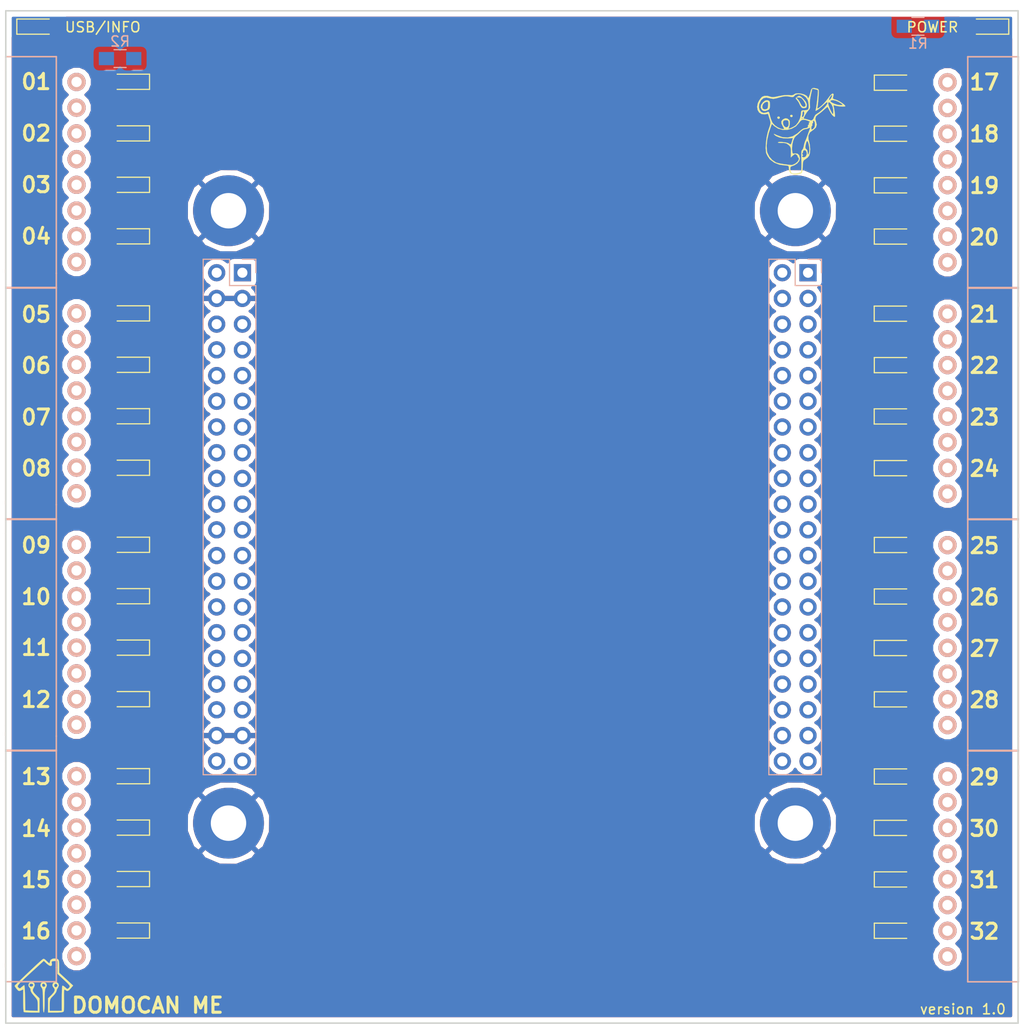
<source format=kicad_pcb>
(kicad_pcb (version 4) (host pcbnew 4.0.7)
  (title_block (title "Carte fille template") (date 2018-02-16) (rev 1.0) (company Koala) (comment 1 "DOMOCAN ME"))
  (layers (0 F.Cu signal) (31 B.Cu signal) (34 B.Paste user) (35 F.Paste user) (36 B.SilkS user) (37 F.SilkS user) (38 B.Mask user) (39 F.Mask user) (44 Edge.Cuts user))
  (net 0 "")
  (net 1 GND)
  (net 2 "Net-(D1-Pad1)")
  (net 3 "Net-(D2-Pad1)")
  (net 4 "Net-(D3-Pad1)")
  (net 5 "Net-(D4-Pad1)")
  (net 6 "Net-(D5-Pad1)")
  (net 7 "Net-(D6-Pad1)")
  (net 8 "Net-(D7-Pad1)")
  (net 9 "Net-(D8-Pad1)")
  (net 10 "Net-(D9-Pad1)")
  (net 11 "Net-(D10-Pad1)")
  (net 12 "Net-(D11-Pad1)")
  (net 13 "Net-(D12-Pad1)")
  (net 14 "Net-(D13-Pad1)")
  (net 15 "Net-(D14-Pad1)")
  (net 16 "Net-(D15-Pad1)")
  (net 17 "Net-(D16-Pad1)")
  (net 18 "Net-(D17-Pad1)")
  (net 19 "Net-(D18-Pad1)")
  (net 20 "Net-(D19-Pad1)")
  (net 21 "Net-(D20-Pad1)")
  (net 22 "Net-(D21-Pad1)")
  (net 23 "Net-(D22-Pad1)")
  (net 24 "Net-(D23-Pad1)")
  (net 25 "Net-(D24-Pad1)")
  (net 26 "Net-(D25-Pad1)")
  (net 27 "Net-(D26-Pad1)")
  (net 28 "Net-(D27-Pad1)")
  (net 29 "Net-(D28-Pad1)")
  (net 30 "Net-(D29-Pad1)")
  (net 31 "Net-(D30-Pad1)")
  (net 32 "Net-(D31-Pad1)")
  (net 33 "Net-(D32-Pad1)")
  (net 34 "Net-(D33-Pad2)")
  (net 35 "Net-(D34-Pad1)")
  (net 36 +3V3)
  (net 37 "Net-(D1-Pad2)")
  (net 38 "Net-(D2-Pad2)")
  (net 39 "Net-(D3-Pad2)")
  (net 40 "Net-(D4-Pad2)")
  (net 41 "Net-(D5-Pad2)")
  (net 42 "Net-(D6-Pad2)")
  (net 43 "Net-(D7-Pad2)")
  (net 44 "Net-(D8-Pad2)")
  (net 45 "Net-(D9-Pad2)")
  (net 46 "Net-(D10-Pad2)")
  (net 47 "Net-(D11-Pad2)")
  (net 48 "Net-(D12-Pad2)")
  (net 49 "Net-(D13-Pad2)")
  (net 50 "Net-(D14-Pad2)")
  (net 51 "Net-(D15-Pad2)")
  (net 52 "Net-(D16-Pad2)")
  (net 53 "Net-(D17-Pad2)")
  (net 54 "Net-(D18-Pad2)")
  (net 55 "Net-(D19-Pad2)")
  (net 56 "Net-(D20-Pad2)")
  (net 57 "Net-(D21-Pad2)")
  (net 58 "Net-(D22-Pad2)")
  (net 59 "Net-(D23-Pad2)")
  (net 60 "Net-(D24-Pad2)")
  (net 61 "Net-(D25-Pad2)")
  (net 62 "Net-(D26-Pad2)")
  (net 63 "Net-(D27-Pad2)")
  (net 64 "Net-(D28-Pad2)")
  (net 65 "Net-(D29-Pad2)")
  (net 66 "Net-(D30-Pad2)")
  (net 67 "Net-(D31-Pad2)")
  (net 68 "Net-(D32-Pad2)")
  (net 69 "Net-(J3-Pad1)")
  (net 70 "Net-(J3-Pad2)")
  (net 71 "Net-(J3-Pad3)")
  (net 72 "Net-(J3-Pad4)")
  (net 73 "Net-(J3-Pad5)")
  (net 74 "Net-(J3-Pad6)")
  (net 75 "Net-(J3-Pad7)")
  (net 76 "Net-(J3-Pad8)")
  (net 77 "Net-(J4-Pad1)")
  (net 78 "Net-(J4-Pad2)")
  (net 79 "Net-(J4-Pad3)")
  (net 80 "Net-(J4-Pad4)")
  (net 81 "Net-(J4-Pad5)")
  (net 82 "Net-(J4-Pad6)")
  (net 83 "Net-(J4-Pad7)")
  (net 84 "Net-(J4-Pad8)")
  (net 85 "Net-(J5-Pad1)")
  (net 86 "Net-(J5-Pad2)")
  (net 87 "Net-(J5-Pad3)")
  (net 88 "Net-(J5-Pad4)")
  (net 89 "Net-(J5-Pad5)")
  (net 90 "Net-(J5-Pad6)")
  (net 91 "Net-(J5-Pad7)")
  (net 92 "Net-(J5-Pad8)")
  (net 93 "Net-(J6-Pad1)")
  (net 94 "Net-(J6-Pad2)")
  (net 95 "Net-(J6-Pad3)")
  (net 96 "Net-(J6-Pad4)")
  (net 97 "Net-(J6-Pad5)")
  (net 98 "Net-(J6-Pad6)")
  (net 99 "Net-(J6-Pad7)")
  (net 100 "Net-(J6-Pad8)")
  (net 101 "Net-(J7-Pad1)")
  (net 102 "Net-(J7-Pad2)")
  (net 103 "Net-(J7-Pad3)")
  (net 104 "Net-(J7-Pad4)")
  (net 105 "Net-(J7-Pad5)")
  (net 106 "Net-(J7-Pad6)")
  (net 107 "Net-(J7-Pad7)")
  (net 108 "Net-(J7-Pad8)")
  (net 109 "Net-(J8-Pad1)")
  (net 110 "Net-(J8-Pad2)")
  (net 111 "Net-(J8-Pad3)")
  (net 112 "Net-(J8-Pad4)")
  (net 113 "Net-(J8-Pad5)")
  (net 114 "Net-(J8-Pad6)")
  (net 115 "Net-(J8-Pad7)")
  (net 116 "Net-(J8-Pad8)")
  (net 117 "Net-(J9-Pad1)")
  (net 118 "Net-(J9-Pad2)")
  (net 119 "Net-(J9-Pad3)")
  (net 120 "Net-(J9-Pad4)")
  (net 121 "Net-(J9-Pad5)")
  (net 122 "Net-(J9-Pad6)")
  (net 123 "Net-(J9-Pad7)")
  (net 124 "Net-(J9-Pad8)")
  (net 125 "Net-(J10-Pad1)")
  (net 126 "Net-(J10-Pad2)")
  (net 127 "Net-(J10-Pad3)")
  (net 128 "Net-(J10-Pad4)")
  (net 129 "Net-(J10-Pad5)")
  (net 130 "Net-(J10-Pad6)")
  (net 131 "Net-(J10-Pad7)")
  (net 132 "Net-(J10-Pad8)")
  (net 133 +5V)
  (net 134 J1_P1.30)
  (net 135 J1_P0.30)
  (net 136 J1_P2.09)
  (net 137 J1_P0.29)
  (net 138 J1_P0.26)
  (net 139 J1_P0.25)
  (net 140 J1_P0.24)
  (net 141 J1_P0.23)
  (net 142 J1_RSTOUT)
  (net 143 J1_RESET)
  (net 144 J1_P1.31)
  (net 145 J1_P0.28)
  (net 146 J1_P0.27)
  (net 147 J1_P3.26)
  (net 148 J1_P3.25)
  (net 149 J1_P1.18)
  (net 150 J1_P1.19)
  (net 151 J1_P1.20)
  (net 152 J1_P1.21)
  (net 153 J1_P1.22)
  (net 154 J1_P1.23)
  (net 155 J1_P1.24)
  (net 156 J1_P1.25)
  (net 157 J1_P1.26)
  (net 158 J1_P1.27)
  (net 159 J1_P1.28)
  (net 160 J1_P1.29)
  (net 161 J1_P0.00)
  (net 162 J1_P0.01)
  (net 163 J1_P0.10)
  (net 164 J1_P0.11)
  (net 165 J1_P2.13)
  (net 166 J2_P0.02)
  (net 167 J2_P0.03)
  (net 168 J2_P1.01)
  (net 169 J2_P1.00)
  (net 170 J2_P1.08)
  (net 171 J2_P1.04)
  (net 172 J2_P1.10)
  (net 173 J2_P1.09)
  (net 174 J2_P1.15)
  (net 175 J2_P1.14)
  (net 176 J2_P1.17)
  (net 177 J2_P1.16)
  (net 178 J2_P4.28)
  (net 179 J2_P4.29)
  (net 180 J2_P0.05)
  (net 181 J2_P0.04)
  (net 182 J2_P0.07)
  (net 183 J2_P0.06)
  (net 184 J2_P0.09)
  (net 185 J2_P0.08)
  (net 186 J2_P2.01)
  (net 187 J2_P2.00)
  (net 188 J2_P2.03)
  (net 189 J2_P2.02)
  (net 190 J2_P2.05)
  (net 191 J2_P2.04)
  (net 192 J2_P2.07)
  (net 193 J2_P2.06)
  (net 194 J2_P0.16)
  (net 195 J2_P2.08)
  (net 196 J2_P0.17)
  (net 197 J2_P0.15)
  (net 198 J2_P0.19)
  (net 199 J2_P0.18)
  (net 200 J2_P0.21)
  (net 201 J2_P0.20)
  (net 202 J2_P2.10)
  (net 203 J2_P0.22)
  (net 204 J2_P2.12)
  (net 205 J2_P2.11)
  (module LEDs:LED_0805_HandSoldering (layer F.Cu) (at 144 30.26 180)
    (fp_text reference D1 hide)
    (fp_text value LED)
    (pad 1 smd rect (at -1.35 0 180) (size 1.5 1.3) (layers F.Cu F.Paste F.Mask) (net 2 "Net-(D1-Pad1)"))
    (pad 2 smd rect (at 1.35 0 180) (size 1.5 1.3) (layers F.Cu F.Paste F.Mask) (net 37 "Net-(D1-Pad2)"))
  )
  (module LEDs:LED_0805_HandSoldering (layer F.Cu) (at 144 35.36 180)
    (fp_text reference D2 hide)
    (fp_text value LED)
    (pad 1 smd rect (at -1.35 0 180) (size 1.5 1.3) (layers F.Cu F.Paste F.Mask) (net 3 "Net-(D2-Pad1)"))
    (pad 2 smd rect (at 1.35 0 180) (size 1.5 1.3) (layers F.Cu F.Paste F.Mask) (net 38 "Net-(D2-Pad2)"))
  )
  (module LEDs:LED_0805_HandSoldering (layer F.Cu) (at 144 40.44 180)
    (fp_text reference D3 hide)
    (fp_text value LED)
    (pad 1 smd rect (at -1.35 0 180) (size 1.5 1.3) (layers F.Cu F.Paste F.Mask) (net 4 "Net-(D3-Pad1)"))
    (pad 2 smd rect (at 1.35 0 180) (size 1.5 1.3) (layers F.Cu F.Paste F.Mask) (net 39 "Net-(D3-Pad2)"))
  )
  (module LEDs:LED_0805_HandSoldering (layer F.Cu) (at 144 45.53 180)
    (fp_text reference D4 hide)
    (fp_text value LED)
    (pad 1 smd rect (at -1.35 0 180) (size 1.5 1.3) (layers F.Cu F.Paste F.Mask) (net 5 "Net-(D4-Pad1)"))
    (pad 2 smd rect (at 1.35 0 180) (size 1.5 1.3) (layers F.Cu F.Paste F.Mask) (net 40 "Net-(D4-Pad2)"))
  )
  (module LEDs:LED_0805_HandSoldering (layer F.Cu) (at 144 53.14 180)
    (fp_text reference D5 hide)
    (fp_text value LED)
    (pad 1 smd rect (at -1.35 0 180) (size 1.5 1.3) (layers F.Cu F.Paste F.Mask) (net 6 "Net-(D5-Pad1)"))
    (pad 2 smd rect (at 1.35 0 180) (size 1.5 1.3) (layers F.Cu F.Paste F.Mask) (net 41 "Net-(D5-Pad2)"))
  )
  (module LEDs:LED_0805_HandSoldering (layer F.Cu) (at 144 58.22 180)
    (fp_text reference D6 hide)
    (fp_text value LED)
    (pad 1 smd rect (at -1.35 0 180) (size 1.5 1.3) (layers F.Cu F.Paste F.Mask) (net 7 "Net-(D6-Pad1)"))
    (pad 2 smd rect (at 1.35 0 180) (size 1.5 1.3) (layers F.Cu F.Paste F.Mask) (net 42 "Net-(D6-Pad2)"))
  )
  (module LEDs:LED_0805_HandSoldering (layer F.Cu) (at 144 63.3 180)
    (fp_text reference D7 hide)
    (fp_text value LED)
    (pad 1 smd rect (at -1.35 0 180) (size 1.5 1.3) (layers F.Cu F.Paste F.Mask) (net 8 "Net-(D7-Pad1)"))
    (pad 2 smd rect (at 1.35 0 180) (size 1.5 1.3) (layers F.Cu F.Paste F.Mask) (net 43 "Net-(D7-Pad2)"))
  )
  (module LEDs:LED_0805_HandSoldering (layer F.Cu) (at 144 68.39 180)
    (fp_text reference D8 hide)
    (fp_text value LED)
    (pad 1 smd rect (at -1.35 0 180) (size 1.5 1.3) (layers F.Cu F.Paste F.Mask) (net 9 "Net-(D8-Pad1)"))
    (pad 2 smd rect (at 1.35 0 180) (size 1.5 1.3) (layers F.Cu F.Paste F.Mask) (net 44 "Net-(D8-Pad2)"))
  )
  (module LEDs:LED_0805_HandSoldering (layer F.Cu) (at 144 76 180)
    (fp_text reference D9 hide)
    (fp_text value LED)
    (pad 1 smd rect (at -1.35 0 180) (size 1.5 1.3) (layers F.Cu F.Paste F.Mask) (net 10 "Net-(D9-Pad1)"))
    (pad 2 smd rect (at 1.35 0 180) (size 1.5 1.3) (layers F.Cu F.Paste F.Mask) (net 45 "Net-(D9-Pad2)"))
  )
  (module LEDs:LED_0805_HandSoldering (layer F.Cu) (at 144 81.08 180)
    (fp_text reference D10 hide)
    (fp_text value LED)
    (pad 1 smd rect (at -1.35 0 180) (size 1.5 1.3) (layers F.Cu F.Paste F.Mask) (net 11 "Net-(D10-Pad1)"))
    (pad 2 smd rect (at 1.35 0 180) (size 1.5 1.3) (layers F.Cu F.Paste F.Mask) (net 46 "Net-(D10-Pad2)"))
  )
  (module LEDs:LED_0805_HandSoldering (layer F.Cu) (at 144 86.16 180)
    (fp_text reference D11 hide)
    (fp_text value LED)
    (pad 1 smd rect (at -1.35 0 180) (size 1.5 1.3) (layers F.Cu F.Paste F.Mask) (net 12 "Net-(D11-Pad1)"))
    (pad 2 smd rect (at 1.35 0 180) (size 1.5 1.3) (layers F.Cu F.Paste F.Mask) (net 47 "Net-(D11-Pad2)"))
  )
  (module LEDs:LED_0805_HandSoldering (layer F.Cu) (at 144 91.25 180)
    (fp_text reference D12 hide)
    (fp_text value LED)
    (pad 1 smd rect (at -1.35 0 180) (size 1.5 1.3) (layers F.Cu F.Paste F.Mask) (net 13 "Net-(D12-Pad1)"))
    (pad 2 smd rect (at 1.35 0 180) (size 1.5 1.3) (layers F.Cu F.Paste F.Mask) (net 48 "Net-(D12-Pad2)"))
  )
  (module LEDs:LED_0805_HandSoldering (layer F.Cu) (at 144 98.86 180)
    (fp_text reference D13 hide)
    (fp_text value LED)
    (pad 1 smd rect (at -1.35 0 180) (size 1.5 1.3) (layers F.Cu F.Paste F.Mask) (net 14 "Net-(D13-Pad1)"))
    (pad 2 smd rect (at 1.35 0 180) (size 1.5 1.3) (layers F.Cu F.Paste F.Mask) (net 49 "Net-(D13-Pad2)"))
  )
  (module LEDs:LED_0805_HandSoldering (layer F.Cu) (at 144 103.94 180)
    (fp_text reference D14 hide)
    (fp_text value LED)
    (pad 1 smd rect (at -1.35 0 180) (size 1.5 1.3) (layers F.Cu F.Paste F.Mask) (net 15 "Net-(D14-Pad1)"))
    (pad 2 smd rect (at 1.35 0 180) (size 1.5 1.3) (layers F.Cu F.Paste F.Mask) (net 50 "Net-(D14-Pad2)"))
  )
  (module LEDs:LED_0805_HandSoldering (layer F.Cu) (at 144 109.02 180)
    (fp_text reference D15 hide)
    (fp_text value LED)
    (pad 1 smd rect (at -1.35 0 180) (size 1.5 1.3) (layers F.Cu F.Paste F.Mask) (net 16 "Net-(D15-Pad1)"))
    (pad 2 smd rect (at 1.35 0 180) (size 1.5 1.3) (layers F.Cu F.Paste F.Mask) (net 51 "Net-(D15-Pad2)"))
  )
  (module LEDs:LED_0805_HandSoldering (layer F.Cu) (at 144 114.11 180)
    (fp_text reference D16 hide)
    (fp_text value LED)
    (pad 1 smd rect (at -1.35 0 180) (size 1.5 1.3) (layers F.Cu F.Paste F.Mask) (net 17 "Net-(D16-Pad1)"))
    (pad 2 smd rect (at 1.35 0 180) (size 1.5 1.3) (layers F.Cu F.Paste F.Mask) (net 52 "Net-(D16-Pad2)"))
  )
  (module LEDs:LED_0805_HandSoldering (layer F.Cu) (at 220 30.35)
    (fp_text reference D17 hide)
    (fp_text value LED)
    (pad 1 smd rect (at -1.35 0) (size 1.5 1.3) (layers F.Cu F.Paste F.Mask) (net 18 "Net-(D17-Pad1)"))
    (pad 2 smd rect (at 1.35 0) (size 1.5 1.3) (layers F.Cu F.Paste F.Mask) (net 53 "Net-(D17-Pad2)"))
  )
  (module LEDs:LED_0805_HandSoldering (layer F.Cu) (at 220 35.39)
    (fp_text reference D18 hide)
    (fp_text value LED)
    (pad 1 smd rect (at -1.35 0) (size 1.5 1.3) (layers F.Cu F.Paste F.Mask) (net 19 "Net-(D18-Pad1)"))
    (pad 2 smd rect (at 1.35 0) (size 1.5 1.3) (layers F.Cu F.Paste F.Mask) (net 54 "Net-(D18-Pad2)"))
  )
  (module LEDs:LED_0805_HandSoldering (layer F.Cu) (at 220 40.49)
    (fp_text reference D19 hide)
    (fp_text value LED)
    (pad 1 smd rect (at -1.35 0) (size 1.5 1.3) (layers F.Cu F.Paste F.Mask) (net 20 "Net-(D19-Pad1)"))
    (pad 2 smd rect (at 1.35 0) (size 1.5 1.3) (layers F.Cu F.Paste F.Mask) (net 55 "Net-(D19-Pad2)"))
  )
  (module LEDs:LED_0805_HandSoldering (layer F.Cu) (at 220 45.55)
    (fp_text reference D20 hide)
    (fp_text value LED)
    (pad 1 smd rect (at -1.35 0) (size 1.5 1.3) (layers F.Cu F.Paste F.Mask) (net 21 "Net-(D20-Pad1)"))
    (pad 2 smd rect (at 1.35 0) (size 1.5 1.3) (layers F.Cu F.Paste F.Mask) (net 56 "Net-(D20-Pad2)"))
  )
  (module LEDs:LED_0805_HandSoldering (layer F.Cu) (at 219.99 53.17)
    (fp_text reference D21 hide)
    (fp_text value LED)
    (pad 1 smd rect (at -1.35 0) (size 1.5 1.3) (layers F.Cu F.Paste F.Mask) (net 22 "Net-(D21-Pad1)"))
    (pad 2 smd rect (at 1.35 0) (size 1.5 1.3) (layers F.Cu F.Paste F.Mask) (net 57 "Net-(D21-Pad2)"))
  )
  (module LEDs:LED_0805_HandSoldering (layer F.Cu) (at 220 58.25)
    (fp_text reference D22 hide)
    (fp_text value LED)
    (pad 1 smd rect (at -1.35 0) (size 1.5 1.3) (layers F.Cu F.Paste F.Mask) (net 23 "Net-(D22-Pad1)"))
    (pad 2 smd rect (at 1.35 0) (size 1.5 1.3) (layers F.Cu F.Paste F.Mask) (net 58 "Net-(D22-Pad2)"))
  )
  (module LEDs:LED_0805_HandSoldering (layer F.Cu) (at 219.99 63.32)
    (fp_text reference D23 hide)
    (fp_text value LED)
    (pad 1 smd rect (at -1.35 0) (size 1.5 1.3) (layers F.Cu F.Paste F.Mask) (net 24 "Net-(D23-Pad1)"))
    (pad 2 smd rect (at 1.35 0) (size 1.5 1.3) (layers F.Cu F.Paste F.Mask) (net 59 "Net-(D23-Pad2)"))
  )
  (module LEDs:LED_0805_HandSoldering (layer F.Cu) (at 220 68.43)
    (fp_text reference D24 hide)
    (fp_text value LED)
    (pad 1 smd rect (at -1.35 0) (size 1.5 1.3) (layers F.Cu F.Paste F.Mask) (net 25 "Net-(D24-Pad1)"))
    (pad 2 smd rect (at 1.35 0) (size 1.5 1.3) (layers F.Cu F.Paste F.Mask) (net 60 "Net-(D24-Pad2)"))
  )
  (module LEDs:LED_0805_HandSoldering (layer F.Cu) (at 220 76.02)
    (fp_text reference D25 hide)
    (fp_text value LED)
    (pad 1 smd rect (at -1.35 0) (size 1.5 1.3) (layers F.Cu F.Paste F.Mask) (net 26 "Net-(D25-Pad1)"))
    (pad 2 smd rect (at 1.35 0) (size 1.5 1.3) (layers F.Cu F.Paste F.Mask) (net 61 "Net-(D25-Pad2)"))
  )
  (module LEDs:LED_0805_HandSoldering (layer F.Cu) (at 220 81.11)
    (fp_text reference D26 hide)
    (fp_text value LED)
    (pad 1 smd rect (at -1.35 0) (size 1.5 1.3) (layers F.Cu F.Paste F.Mask) (net 27 "Net-(D26-Pad1)"))
    (pad 2 smd rect (at 1.35 0) (size 1.5 1.3) (layers F.Cu F.Paste F.Mask) (net 62 "Net-(D26-Pad2)"))
  )
  (module LEDs:LED_0805_HandSoldering (layer F.Cu) (at 219.99 86.2)
    (fp_text reference D27 hide)
    (fp_text value LED)
    (pad 1 smd rect (at -1.35 0) (size 1.5 1.3) (layers F.Cu F.Paste F.Mask) (net 28 "Net-(D27-Pad1)"))
    (pad 2 smd rect (at 1.35 0) (size 1.5 1.3) (layers F.Cu F.Paste F.Mask) (net 63 "Net-(D27-Pad2)"))
  )
  (module LEDs:LED_0805_HandSoldering (layer F.Cu) (at 220 91.27)
    (fp_text reference D28 hide)
    (fp_text value LED)
    (pad 1 smd rect (at -1.35 0) (size 1.5 1.3) (layers F.Cu F.Paste F.Mask) (net 29 "Net-(D28-Pad1)"))
    (pad 2 smd rect (at 1.35 0) (size 1.5 1.3) (layers F.Cu F.Paste F.Mask) (net 64 "Net-(D28-Pad2)"))
  )
  (module LEDs:LED_0805_HandSoldering (layer F.Cu) (at 220 98.89)
    (fp_text reference D29 hide)
    (fp_text value LED)
    (pad 1 smd rect (at -1.35 0) (size 1.5 1.3) (layers F.Cu F.Paste F.Mask) (net 30 "Net-(D29-Pad1)"))
    (pad 2 smd rect (at 1.35 0) (size 1.5 1.3) (layers F.Cu F.Paste F.Mask) (net 65 "Net-(D29-Pad2)"))
  )
  (module LEDs:LED_0805_HandSoldering (layer F.Cu) (at 219.99 103.97)
    (fp_text reference D30 hide)
    (fp_text value LED)
    (pad 1 smd rect (at -1.35 0) (size 1.5 1.3) (layers F.Cu F.Paste F.Mask) (net 31 "Net-(D30-Pad1)"))
    (pad 2 smd rect (at 1.35 0) (size 1.5 1.3) (layers F.Cu F.Paste F.Mask) (net 66 "Net-(D30-Pad2)"))
  )
  (module LEDs:LED_0805_HandSoldering (layer F.Cu) (at 220 109.06)
    (fp_text reference D31 hide)
    (fp_text value LED)
    (pad 1 smd rect (at -1.35 0) (size 1.5 1.3) (layers F.Cu F.Paste F.Mask) (net 32 "Net-(D31-Pad1)"))
    (pad 2 smd rect (at 1.35 0) (size 1.5 1.3) (layers F.Cu F.Paste F.Mask) (net 67 "Net-(D31-Pad2)"))
  )
  (module LEDs:LED_0805_HandSoldering (layer F.Cu) (at 220 114.13)
    (fp_text reference D32 hide)
    (fp_text value LED)
    (pad 1 smd rect (at -1.35 0) (size 1.5 1.3) (layers F.Cu F.Paste F.Mask) (net 33 "Net-(D32-Pad1)"))
    (pad 2 smd rect (at 1.35 0) (size 1.5 1.3) (layers F.Cu F.Paste F.Mask) (net 68 "Net-(D32-Pad2)"))
  )
  (module footprint:Pin_Header_Angled_1x08 (layer B.Cu) (at 138.99 30.28 180)
    (fp_text reference J3 hide)
    (fp_text value Conn_01x08 hide)
    (pad 1 thru_hole circle (at 0 0 180) (size 1.8 1.8) (drill 1.016) (layers *.Cu *.Mask B.SilkS) (net 69 "Net-(J3-Pad1)"))
    (pad 2 thru_hole circle (at 0 -2.54 180) (size 1.8 1.8) (drill 1.016) (layers *.Cu *.Mask B.SilkS) (net 70 "Net-(J3-Pad2)"))
    (pad 3 thru_hole circle (at 0 -5.08 180) (size 1.8 1.8) (drill 1.016) (layers *.Cu *.Mask B.SilkS) (net 71 "Net-(J3-Pad3)"))
    (pad 4 thru_hole circle (at 0 -7.62 180) (size 1.8 1.8) (drill 1.016) (layers *.Cu *.Mask B.SilkS) (net 72 "Net-(J3-Pad4)"))
    (pad 5 thru_hole circle (at 0 -10.16 180) (size 1.8 1.8) (drill 1.016) (layers *.Cu *.Mask B.SilkS) (net 73 "Net-(J3-Pad5)"))
    (pad 6 thru_hole circle (at 0 -12.7 180) (size 1.8 1.8) (drill 1.016) (layers *.Cu *.Mask B.SilkS) (net 74 "Net-(J3-Pad6)"))
    (pad 7 thru_hole circle (at 0 -15.24 180) (size 1.8 1.8) (drill 1.016) (layers *.Cu *.Mask B.SilkS) (net 75 "Net-(J3-Pad7)"))
    (pad 8 thru_hole circle (at 0 -17.78 180) (size 1.8 1.8) (drill 1.016) (layers *.Cu *.Mask B.SilkS) (net 76 "Net-(J3-Pad8)"))
  )
  (module footprint:Pin_Header_Angled_1x08 (layer B.Cu) (at 138.99 53.14 180)
    (fp_text reference J4 hide)
    (fp_text value Conn_01x08 hide)
    (pad 1 thru_hole circle (at 0 0 180) (size 1.8 1.8) (drill 1.016) (layers *.Cu *.Mask B.SilkS) (net 77 "Net-(J4-Pad1)"))
    (pad 2 thru_hole circle (at 0 -2.54 180) (size 1.8 1.8) (drill 1.016) (layers *.Cu *.Mask B.SilkS) (net 78 "Net-(J4-Pad2)"))
    (pad 3 thru_hole circle (at 0 -5.08 180) (size 1.8 1.8) (drill 1.016) (layers *.Cu *.Mask B.SilkS) (net 79 "Net-(J4-Pad3)"))
    (pad 4 thru_hole circle (at 0 -7.62 180) (size 1.8 1.8) (drill 1.016) (layers *.Cu *.Mask B.SilkS) (net 80 "Net-(J4-Pad4)"))
    (pad 5 thru_hole circle (at 0 -10.16 180) (size 1.8 1.8) (drill 1.016) (layers *.Cu *.Mask B.SilkS) (net 81 "Net-(J4-Pad5)"))
    (pad 6 thru_hole circle (at 0 -12.7 180) (size 1.8 1.8) (drill 1.016) (layers *.Cu *.Mask B.SilkS) (net 82 "Net-(J4-Pad6)"))
    (pad 7 thru_hole circle (at 0 -15.24 180) (size 1.8 1.8) (drill 1.016) (layers *.Cu *.Mask B.SilkS) (net 83 "Net-(J4-Pad7)"))
    (pad 8 thru_hole circle (at 0 -17.78 180) (size 1.8 1.8) (drill 1.016) (layers *.Cu *.Mask B.SilkS) (net 84 "Net-(J4-Pad8)"))
  )
  (module footprint:Pin_Header_Angled_1x08 (layer B.Cu) (at 138.99 76 180)
    (fp_text reference J5 hide)
    (fp_text value Conn_01x08 hide)
    (pad 1 thru_hole circle (at 0 0 180) (size 1.8 1.8) (drill 1.016) (layers *.Cu *.Mask B.SilkS) (net 85 "Net-(J5-Pad1)"))
    (pad 2 thru_hole circle (at 0 -2.54 180) (size 1.8 1.8) (drill 1.016) (layers *.Cu *.Mask B.SilkS) (net 86 "Net-(J5-Pad2)"))
    (pad 3 thru_hole circle (at 0 -5.08 180) (size 1.8 1.8) (drill 1.016) (layers *.Cu *.Mask B.SilkS) (net 87 "Net-(J5-Pad3)"))
    (pad 4 thru_hole circle (at 0 -7.62 180) (size 1.8 1.8) (drill 1.016) (layers *.Cu *.Mask B.SilkS) (net 88 "Net-(J5-Pad4)"))
    (pad 5 thru_hole circle (at 0 -10.16 180) (size 1.8 1.8) (drill 1.016) (layers *.Cu *.Mask B.SilkS) (net 89 "Net-(J5-Pad5)"))
    (pad 6 thru_hole circle (at 0 -12.7 180) (size 1.8 1.8) (drill 1.016) (layers *.Cu *.Mask B.SilkS) (net 90 "Net-(J5-Pad6)"))
    (pad 7 thru_hole circle (at 0 -15.24 180) (size 1.8 1.8) (drill 1.016) (layers *.Cu *.Mask B.SilkS) (net 91 "Net-(J5-Pad7)"))
    (pad 8 thru_hole circle (at 0 -17.78 180) (size 1.8 1.8) (drill 1.016) (layers *.Cu *.Mask B.SilkS) (net 92 "Net-(J5-Pad8)"))
  )
  (module footprint:Pin_Header_Angled_1x08 (layer B.Cu) (at 138.99 98.86 180)
    (fp_text reference J6 hide)
    (fp_text value Conn_01x08 hide)
    (pad 1 thru_hole circle (at 0 0 180) (size 1.8 1.8) (drill 1.016) (layers *.Cu *.Mask B.SilkS) (net 93 "Net-(J6-Pad1)"))
    (pad 2 thru_hole circle (at 0 -2.54 180) (size 1.8 1.8) (drill 1.016) (layers *.Cu *.Mask B.SilkS) (net 94 "Net-(J6-Pad2)"))
    (pad 3 thru_hole circle (at 0 -5.08 180) (size 1.8 1.8) (drill 1.016) (layers *.Cu *.Mask B.SilkS) (net 95 "Net-(J6-Pad3)"))
    (pad 4 thru_hole circle (at 0 -7.62 180) (size 1.8 1.8) (drill 1.016) (layers *.Cu *.Mask B.SilkS) (net 96 "Net-(J6-Pad4)"))
    (pad 5 thru_hole circle (at 0 -10.16 180) (size 1.8 1.8) (drill 1.016) (layers *.Cu *.Mask B.SilkS) (net 97 "Net-(J6-Pad5)"))
    (pad 6 thru_hole circle (at 0 -12.7 180) (size 1.8 1.8) (drill 1.016) (layers *.Cu *.Mask B.SilkS) (net 98 "Net-(J6-Pad6)"))
    (pad 7 thru_hole circle (at 0 -15.24 180) (size 1.8 1.8) (drill 1.016) (layers *.Cu *.Mask B.SilkS) (net 99 "Net-(J6-Pad7)"))
    (pad 8 thru_hole circle (at 0 -17.78 180) (size 1.8 1.8) (drill 1.016) (layers *.Cu *.Mask B.SilkS) (net 100 "Net-(J6-Pad8)"))
  )
  (module footprint:Pin_Header_Angled_1x08 (layer B.Cu) (at 225.03 48.09)
    (fp_text reference J7 hide)
    (fp_text value Conn_01x08 hide)
    (pad 1 thru_hole circle (at 0 0) (size 1.8 1.8) (drill 1.016) (layers *.Cu *.Mask B.SilkS) (net 101 "Net-(J7-Pad1)"))
    (pad 2 thru_hole circle (at 0 -2.54) (size 1.8 1.8) (drill 1.016) (layers *.Cu *.Mask B.SilkS) (net 102 "Net-(J7-Pad2)"))
    (pad 3 thru_hole circle (at 0 -5.08) (size 1.8 1.8) (drill 1.016) (layers *.Cu *.Mask B.SilkS) (net 103 "Net-(J7-Pad3)"))
    (pad 4 thru_hole circle (at 0 -7.62) (size 1.8 1.8) (drill 1.016) (layers *.Cu *.Mask B.SilkS) (net 104 "Net-(J7-Pad4)"))
    (pad 5 thru_hole circle (at 0 -10.16) (size 1.8 1.8) (drill 1.016) (layers *.Cu *.Mask B.SilkS) (net 105 "Net-(J7-Pad5)"))
    (pad 6 thru_hole circle (at 0 -12.7) (size 1.8 1.8) (drill 1.016) (layers *.Cu *.Mask B.SilkS) (net 106 "Net-(J7-Pad6)"))
    (pad 7 thru_hole circle (at 0 -15.24) (size 1.8 1.8) (drill 1.016) (layers *.Cu *.Mask B.SilkS) (net 107 "Net-(J7-Pad7)"))
    (pad 8 thru_hole circle (at 0 -17.78) (size 1.8 1.8) (drill 1.016) (layers *.Cu *.Mask B.SilkS) (net 108 "Net-(J7-Pad8)"))
  )
  (module footprint:Pin_Header_Angled_1x08 (layer B.Cu) (at 225.03 70.95)
    (fp_text reference J8 hide)
    (fp_text value Conn_01x08 hide)
    (pad 1 thru_hole circle (at 0 0) (size 1.8 1.8) (drill 1.016) (layers *.Cu *.Mask B.SilkS) (net 109 "Net-(J8-Pad1)"))
    (pad 2 thru_hole circle (at 0 -2.54) (size 1.8 1.8) (drill 1.016) (layers *.Cu *.Mask B.SilkS) (net 110 "Net-(J8-Pad2)"))
    (pad 3 thru_hole circle (at 0 -5.08) (size 1.8 1.8) (drill 1.016) (layers *.Cu *.Mask B.SilkS) (net 111 "Net-(J8-Pad3)"))
    (pad 4 thru_hole circle (at 0 -7.62) (size 1.8 1.8) (drill 1.016) (layers *.Cu *.Mask B.SilkS) (net 112 "Net-(J8-Pad4)"))
    (pad 5 thru_hole circle (at 0 -10.16) (size 1.8 1.8) (drill 1.016) (layers *.Cu *.Mask B.SilkS) (net 113 "Net-(J8-Pad5)"))
    (pad 6 thru_hole circle (at 0 -12.7) (size 1.8 1.8) (drill 1.016) (layers *.Cu *.Mask B.SilkS) (net 114 "Net-(J8-Pad6)"))
    (pad 7 thru_hole circle (at 0 -15.24) (size 1.8 1.8) (drill 1.016) (layers *.Cu *.Mask B.SilkS) (net 115 "Net-(J8-Pad7)"))
    (pad 8 thru_hole circle (at 0 -17.78) (size 1.8 1.8) (drill 1.016) (layers *.Cu *.Mask B.SilkS) (net 116 "Net-(J8-Pad8)"))
  )
  (module footprint:Pin_Header_Angled_1x08 (layer B.Cu) (at 225.03 93.81)
    (fp_text reference J9 hide)
    (fp_text value Conn_01x08 hide)
    (pad 1 thru_hole circle (at 0 0) (size 1.8 1.8) (drill 1.016) (layers *.Cu *.Mask B.SilkS) (net 117 "Net-(J9-Pad1)"))
    (pad 2 thru_hole circle (at 0 -2.54) (size 1.8 1.8) (drill 1.016) (layers *.Cu *.Mask B.SilkS) (net 118 "Net-(J9-Pad2)"))
    (pad 3 thru_hole circle (at 0 -5.08) (size 1.8 1.8) (drill 1.016) (layers *.Cu *.Mask B.SilkS) (net 119 "Net-(J9-Pad3)"))
    (pad 4 thru_hole circle (at 0 -7.62) (size 1.8 1.8) (drill 1.016) (layers *.Cu *.Mask B.SilkS) (net 120 "Net-(J9-Pad4)"))
    (pad 5 thru_hole circle (at 0 -10.16) (size 1.8 1.8) (drill 1.016) (layers *.Cu *.Mask B.SilkS) (net 121 "Net-(J9-Pad5)"))
    (pad 6 thru_hole circle (at 0 -12.7) (size 1.8 1.8) (drill 1.016) (layers *.Cu *.Mask B.SilkS) (net 122 "Net-(J9-Pad6)"))
    (pad 7 thru_hole circle (at 0 -15.24) (size 1.8 1.8) (drill 1.016) (layers *.Cu *.Mask B.SilkS) (net 123 "Net-(J9-Pad7)"))
    (pad 8 thru_hole circle (at 0 -17.78) (size 1.8 1.8) (drill 1.016) (layers *.Cu *.Mask B.SilkS) (net 124 "Net-(J9-Pad8)"))
  )
  (module footprint:Pin_Header_Angled_1x08 (layer B.Cu) (at 225.03 116.67)
    (fp_text reference J10 hide)
    (fp_text value Conn_01x08 hide)
    (pad 1 thru_hole circle (at 0 0) (size 1.8 1.8) (drill 1.016) (layers *.Cu *.Mask B.SilkS) (net 125 "Net-(J10-Pad1)"))
    (pad 2 thru_hole circle (at 0 -2.54) (size 1.8 1.8) (drill 1.016) (layers *.Cu *.Mask B.SilkS) (net 126 "Net-(J10-Pad2)"))
    (pad 3 thru_hole circle (at 0 -5.08) (size 1.8 1.8) (drill 1.016) (layers *.Cu *.Mask B.SilkS) (net 127 "Net-(J10-Pad3)"))
    (pad 4 thru_hole circle (at 0 -7.62) (size 1.8 1.8) (drill 1.016) (layers *.Cu *.Mask B.SilkS) (net 128 "Net-(J10-Pad4)"))
    (pad 5 thru_hole circle (at 0 -10.16) (size 1.8 1.8) (drill 1.016) (layers *.Cu *.Mask B.SilkS) (net 129 "Net-(J10-Pad5)"))
    (pad 6 thru_hole circle (at 0 -12.7) (size 1.8 1.8) (drill 1.016) (layers *.Cu *.Mask B.SilkS) (net 130 "Net-(J10-Pad6)"))
    (pad 7 thru_hole circle (at 0 -15.24) (size 1.8 1.8) (drill 1.016) (layers *.Cu *.Mask B.SilkS) (net 131 "Net-(J10-Pad7)"))
    (pad 8 thru_hole circle (at 0 -17.78) (size 1.8 1.8) (drill 1.016) (layers *.Cu *.Mask B.SilkS) (net 132 "Net-(J10-Pad8)"))
  )
  (module Mounting_Holes:MountingHole_3.5mm_Pad (layer F.Cu) (at 154 43)
    (fp_text reference J11 hide)
    (fp_text value Conn_01x01)
    (pad 1 thru_hole circle (at 0 0) (size 7 7) (drill 3.5) (layers *.Cu *.Mask) (net 1 GND))
  )
  (module Mounting_Holes:MountingHole_3.5mm_Pad (layer F.Cu) (at 154 103.5)
    (fp_text reference J12 hide)
    (fp_text value Conn_01x01)
    (pad 1 thru_hole circle (at 0 0) (size 7 7) (drill 3.5) (layers *.Cu *.Mask) (net 1 GND))
  )
  (module Mounting_Holes:MountingHole_3.5mm_Pad (layer F.Cu) (at 210 103.5)
    (fp_text reference J13 hide)
    (fp_text value Conn_01x01)
    (pad 1 thru_hole circle (at 0 0) (size 7 7) (drill 3.5) (layers *.Cu *.Mask) (net 1 GND))
  )
  (module Mounting_Holes:MountingHole_3.5mm_Pad (layer F.Cu) (at 210 43)
    (fp_text reference J14 hide)
    (fp_text value Conn_01x01)
    (pad 1 thru_hole circle (at 0 0) (size 7 7) (drill 3.5) (layers *.Cu *.Mask) (net 1 GND))
  )
  (module footprint:usb (layer F.Cu) (at 135.75 119.5)
    (fp_text reference J15 hide)
    (fp_text value "Logo Domocan" hide)
  )
  (module footprint:koala (layer F.Cu) (at 210.54 34.94)
    (fp_text reference J16 hide)
    (fp_text value "Logo Koala" hide)
  )
  (module LEDs:LED_0805_HandSoldering (layer F.Cu) (at 228.88 24.81 180)
    (fp_text reference D33 hide)
    (fp_text value POWER)
    (pad 1 smd rect (at -1.35 0 180) (size 1.5 1.3) (layers F.Cu F.Paste F.Mask) (net 1 GND))
    (pad 2 smd rect (at 1.35 0 180) (size 1.5 1.3) (layers F.Cu F.Paste F.Mask) (net 34 "Net-(D33-Pad2)"))
  )
  (module Resistors_SMD:R_0805_HandSoldering (layer B.Cu) (at 222.11 24.78)
    (fp_text reference R1 (at 0 1.7) (layer B.SilkS) (effects (justify mirror)))
    (fp_text value 470R)
    (pad 1 smd rect (at -1.35 0) (size 1.5 1.3) (layers B.Cu B.Paste B.Mask) (net 36 +3V3))
    (pad 2 smd rect (at 1.35 0) (size 1.5 1.3) (layers B.Cu B.Paste B.Mask) (net 34 "Net-(D33-Pad2)"))
  )
  (module LEDs:LED_0805_HandSoldering (layer F.Cu) (at 135.29 24.81)
    (fp_text reference D34 hide)
    (fp_text value USB/INFO)
    (pad 1 smd rect (at -1.35 0) (size 1.5 1.3) (layers F.Cu F.Paste F.Mask) (net 35 "Net-(D34-Pad1)"))
    (pad 2 smd rect (at 1.35 0) (size 1.5 1.3) (layers F.Cu F.Paste F.Mask) (net 36 +3V3))
  )
  (module Resistors_SMD:R_0805_HandSoldering (layer B.Cu) (at 143.29 27.97 180)
    (fp_text reference R2 (at 0 1.7 180) (layer B.SilkS) (effects (justify mirror)))
    (fp_text value 470R)
    (pad 1 smd rect (at -1.35 0 180) (size 1.5 1.3) (layers B.Cu B.Paste B.Mask) (net 149 J1_P1.18))
    (pad 2 smd rect (at 1.35 0 180) (size 1.5 1.3) (layers B.Cu B.Paste B.Mask) (net 35 "Net-(D34-Pad1)"))
  )
  (module Pin_Headers:Pin_Header_Straight_2x20_Pitch2.54mm (layer B.Cu) (at 155.3718 49.1236 180)
    (fp_text reference J1 hide)
    (fp_text value Conn_02x20_Odd_Even)
    (pad 1 thru_hole rect (at 0 0 180) (size 1.7 1.7) (drill 1) (layers *.Cu *.Mask) (net 133 +5V))
    (pad 2 thru_hole oval (at 2.54 0 180) (size 1.7 1.7) (drill 1) (layers *.Cu *.Mask) (net 36 +3V3))
    (pad 3 thru_hole oval (at 0 -2.54 180) (size 1.7 1.7) (drill 1) (layers *.Cu *.Mask) (net 1 GND))
    (pad 4 thru_hole oval (at 2.54 -2.54 180) (size 1.7 1.7) (drill 1) (layers *.Cu *.Mask) (net 1 GND))
    (pad 5 thru_hole oval (at 0 -5.08 180) (size 1.7 1.7) (drill 1) (layers *.Cu *.Mask) (net 134 J1_P1.30))
    (pad 6 thru_hole oval (at 2.54 -5.08 180) (size 1.7 1.7) (drill 1) (layers *.Cu *.Mask) (net 135 J1_P0.30))
    (pad 7 thru_hole oval (at 0 -7.62 180) (size 1.7 1.7) (drill 1) (layers *.Cu *.Mask) (net 136 J1_P2.09))
    (pad 8 thru_hole oval (at 2.54 -7.62 180) (size 1.7 1.7) (drill 1) (layers *.Cu *.Mask) (net 137 J1_P0.29))
    (pad 9 thru_hole oval (at 0 -10.16 180) (size 1.7 1.7) (drill 1) (layers *.Cu *.Mask) (net 138 J1_P0.26))
    (pad 10 thru_hole oval (at 2.54 -10.16 180) (size 1.7 1.7) (drill 1) (layers *.Cu *.Mask) (net 139 J1_P0.25))
    (pad 11 thru_hole oval (at 0 -12.7 180) (size 1.7 1.7) (drill 1) (layers *.Cu *.Mask) (net 140 J1_P0.24))
    (pad 12 thru_hole oval (at 2.54 -12.7 180) (size 1.7 1.7) (drill 1) (layers *.Cu *.Mask) (net 141 J1_P0.23))
    (pad 13 thru_hole oval (at 0 -15.24 180) (size 1.7 1.7) (drill 1) (layers *.Cu *.Mask) (net 142 J1_RSTOUT))
    (pad 14 thru_hole oval (at 2.54 -15.24 180) (size 1.7 1.7) (drill 1) (layers *.Cu *.Mask) (net 143 J1_RESET))
    (pad 15 thru_hole oval (at 0 -17.78 180) (size 1.7 1.7) (drill 1) (layers *.Cu *.Mask) (net 144 J1_P1.31))
    (pad 16 thru_hole oval (at 2.54 -17.78 180) (size 1.7 1.7) (drill 1) (layers *.Cu *.Mask) (net 145 J1_P0.28))
    (pad 17 thru_hole oval (at 0 -20.32 180) (size 1.7 1.7) (drill 1) (layers *.Cu *.Mask) (net 146 J1_P0.27))
    (pad 18 thru_hole oval (at 2.54 -20.32 180) (size 1.7 1.7) (drill 1) (layers *.Cu *.Mask) (net 147 J1_P3.26))
    (pad 19 thru_hole oval (at 0 -22.86 180) (size 1.7 1.7) (drill 1) (layers *.Cu *.Mask) (net 148 J1_P3.25))
    (pad 20 thru_hole oval (at 2.54 -22.86 180) (size 1.7 1.7) (drill 1) (layers *.Cu *.Mask) (net 149 J1_P1.18))
    (pad 21 thru_hole oval (at 0 -25.4 180) (size 1.7 1.7) (drill 1) (layers *.Cu *.Mask) (net 150 J1_P1.19))
    (pad 22 thru_hole oval (at 2.54 -25.4 180) (size 1.7 1.7) (drill 1) (layers *.Cu *.Mask) (net 151 J1_P1.20))
    (pad 23 thru_hole oval (at 0 -27.94 180) (size 1.7 1.7) (drill 1) (layers *.Cu *.Mask) (net 152 J1_P1.21))
    (pad 24 thru_hole oval (at 2.54 -27.94 180) (size 1.7 1.7) (drill 1) (layers *.Cu *.Mask) (net 153 J1_P1.22))
    (pad 25 thru_hole oval (at 0 -30.48 180) (size 1.7 1.7) (drill 1) (layers *.Cu *.Mask) (net 154 J1_P1.23))
    (pad 26 thru_hole oval (at 2.54 -30.48 180) (size 1.7 1.7) (drill 1) (layers *.Cu *.Mask) (net 155 J1_P1.24))
    (pad 27 thru_hole oval (at 0 -33.02 180) (size 1.7 1.7) (drill 1) (layers *.Cu *.Mask) (net 156 J1_P1.25))
    (pad 28 thru_hole oval (at 2.54 -33.02 180) (size 1.7 1.7) (drill 1) (layers *.Cu *.Mask) (net 157 J1_P1.26))
    (pad 29 thru_hole oval (at 0 -35.56 180) (size 1.7 1.7) (drill 1) (layers *.Cu *.Mask) (net 158 J1_P1.27))
    (pad 30 thru_hole oval (at 2.54 -35.56 180) (size 1.7 1.7) (drill 1) (layers *.Cu *.Mask) (net 159 J1_P1.28))
    (pad 31 thru_hole oval (at 0 -38.1 180) (size 1.7 1.7) (drill 1) (layers *.Cu *.Mask) (net 160 J1_P1.29))
    (pad 32 thru_hole oval (at 2.54 -38.1 180) (size 1.7 1.7) (drill 1) (layers *.Cu *.Mask) (net 161 J1_P0.00))
    (pad 33 thru_hole oval (at 0 -40.64 180) (size 1.7 1.7) (drill 1) (layers *.Cu *.Mask) (net 162 J1_P0.01))
    (pad 34 thru_hole oval (at 2.54 -40.64 180) (size 1.7 1.7) (drill 1) (layers *.Cu *.Mask) (net 163 J1_P0.10))
    (pad 35 thru_hole oval (at 0 -43.18 180) (size 1.7 1.7) (drill 1) (layers *.Cu *.Mask) (net 164 J1_P0.11))
    (pad 36 thru_hole oval (at 2.54 -43.18 180) (size 1.7 1.7) (drill 1) (layers *.Cu *.Mask) (net 165 J1_P2.13))
    (pad 37 thru_hole oval (at 0 -45.72 180) (size 1.7 1.7) (drill 1) (layers *.Cu *.Mask) (net 1 GND))
    (pad 38 thru_hole oval (at 2.54 -45.72 180) (size 1.7 1.7) (drill 1) (layers *.Cu *.Mask) (net 1 GND))
    (pad 39 thru_hole oval (at 0 -48.26 180) (size 1.7 1.7) (drill 1) (layers *.Cu *.Mask) (net 133 +5V))
    (pad 40 thru_hole oval (at 2.54 -48.26 180) (size 1.7 1.7) (drill 1) (layers *.Cu *.Mask) (net 36 +3V3))
  )
  (module Pin_Headers:Pin_Header_Straight_2x20_Pitch2.54mm (layer B.Cu) (at 211.2518 49.1236 180)
    (fp_text reference J2 hide)
    (fp_text value Conn_02x20_Odd_Even)
    (pad 1 thru_hole rect (at 0 0 180) (size 1.7 1.7) (drill 1) (layers *.Cu *.Mask) (net 166 J2_P0.02))
    (pad 2 thru_hole oval (at 2.54 0 180) (size 1.7 1.7) (drill 1) (layers *.Cu *.Mask) (net 167 J2_P0.03))
    (pad 3 thru_hole oval (at 0 -2.54 180) (size 1.7 1.7) (drill 1) (layers *.Cu *.Mask) (net 168 J2_P1.01))
    (pad 4 thru_hole oval (at 2.54 -2.54 180) (size 1.7 1.7) (drill 1) (layers *.Cu *.Mask) (net 169 J2_P1.00))
    (pad 5 thru_hole oval (at 0 -5.08 180) (size 1.7 1.7) (drill 1) (layers *.Cu *.Mask) (net 170 J2_P1.08))
    (pad 6 thru_hole oval (at 2.54 -5.08 180) (size 1.7 1.7) (drill 1) (layers *.Cu *.Mask) (net 171 J2_P1.04))
    (pad 7 thru_hole oval (at 0 -7.62 180) (size 1.7 1.7) (drill 1) (layers *.Cu *.Mask) (net 172 J2_P1.10))
    (pad 8 thru_hole oval (at 2.54 -7.62 180) (size 1.7 1.7) (drill 1) (layers *.Cu *.Mask) (net 173 J2_P1.09))
    (pad 9 thru_hole oval (at 0 -10.16 180) (size 1.7 1.7) (drill 1) (layers *.Cu *.Mask) (net 174 J2_P1.15))
    (pad 10 thru_hole oval (at 2.54 -10.16 180) (size 1.7 1.7) (drill 1) (layers *.Cu *.Mask) (net 175 J2_P1.14))
    (pad 11 thru_hole oval (at 0 -12.7 180) (size 1.7 1.7) (drill 1) (layers *.Cu *.Mask) (net 176 J2_P1.17))
    (pad 12 thru_hole oval (at 2.54 -12.7 180) (size 1.7 1.7) (drill 1) (layers *.Cu *.Mask) (net 177 J2_P1.16))
    (pad 13 thru_hole oval (at 0 -15.24 180) (size 1.7 1.7) (drill 1) (layers *.Cu *.Mask) (net 178 J2_P4.28))
    (pad 14 thru_hole oval (at 2.54 -15.24 180) (size 1.7 1.7) (drill 1) (layers *.Cu *.Mask) (net 179 J2_P4.29))
    (pad 15 thru_hole oval (at 0 -17.78 180) (size 1.7 1.7) (drill 1) (layers *.Cu *.Mask) (net 180 J2_P0.05))
    (pad 16 thru_hole oval (at 2.54 -17.78 180) (size 1.7 1.7) (drill 1) (layers *.Cu *.Mask) (net 181 J2_P0.04))
    (pad 17 thru_hole oval (at 0 -20.32 180) (size 1.7 1.7) (drill 1) (layers *.Cu *.Mask) (net 182 J2_P0.07))
    (pad 18 thru_hole oval (at 2.54 -20.32 180) (size 1.7 1.7) (drill 1) (layers *.Cu *.Mask) (net 183 J2_P0.06))
    (pad 19 thru_hole oval (at 0 -22.86 180) (size 1.7 1.7) (drill 1) (layers *.Cu *.Mask) (net 184 J2_P0.09))
    (pad 20 thru_hole oval (at 2.54 -22.86 180) (size 1.7 1.7) (drill 1) (layers *.Cu *.Mask) (net 185 J2_P0.08))
    (pad 21 thru_hole oval (at 0 -25.4 180) (size 1.7 1.7) (drill 1) (layers *.Cu *.Mask) (net 186 J2_P2.01))
    (pad 22 thru_hole oval (at 2.54 -25.4 180) (size 1.7 1.7) (drill 1) (layers *.Cu *.Mask) (net 187 J2_P2.00))
    (pad 23 thru_hole oval (at 0 -27.94 180) (size 1.7 1.7) (drill 1) (layers *.Cu *.Mask) (net 188 J2_P2.03))
    (pad 24 thru_hole oval (at 2.54 -27.94 180) (size 1.7 1.7) (drill 1) (layers *.Cu *.Mask) (net 189 J2_P2.02))
    (pad 25 thru_hole oval (at 0 -30.48 180) (size 1.7 1.7) (drill 1) (layers *.Cu *.Mask) (net 190 J2_P2.05))
    (pad 26 thru_hole oval (at 2.54 -30.48 180) (size 1.7 1.7) (drill 1) (layers *.Cu *.Mask) (net 191 J2_P2.04))
    (pad 27 thru_hole oval (at 0 -33.02 180) (size 1.7 1.7) (drill 1) (layers *.Cu *.Mask) (net 192 J2_P2.07))
    (pad 28 thru_hole oval (at 2.54 -33.02 180) (size 1.7 1.7) (drill 1) (layers *.Cu *.Mask) (net 193 J2_P2.06))
    (pad 29 thru_hole oval (at 0 -35.56 180) (size 1.7 1.7) (drill 1) (layers *.Cu *.Mask) (net 194 J2_P0.16))
    (pad 30 thru_hole oval (at 2.54 -35.56 180) (size 1.7 1.7) (drill 1) (layers *.Cu *.Mask) (net 195 J2_P2.08))
    (pad 31 thru_hole oval (at 0 -38.1 180) (size 1.7 1.7) (drill 1) (layers *.Cu *.Mask) (net 196 J2_P0.17))
    (pad 32 thru_hole oval (at 2.54 -38.1 180) (size 1.7 1.7) (drill 1) (layers *.Cu *.Mask) (net 197 J2_P0.15))
    (pad 33 thru_hole oval (at 0 -40.64 180) (size 1.7 1.7) (drill 1) (layers *.Cu *.Mask) (net 198 J2_P0.19))
    (pad 34 thru_hole oval (at 2.54 -40.64 180) (size 1.7 1.7) (drill 1) (layers *.Cu *.Mask) (net 199 J2_P0.18))
    (pad 35 thru_hole oval (at 0 -43.18 180) (size 1.7 1.7) (drill 1) (layers *.Cu *.Mask) (net 200 J2_P0.21))
    (pad 36 thru_hole oval (at 2.54 -43.18 180) (size 1.7 1.7) (drill 1) (layers *.Cu *.Mask) (net 201 J2_P0.20))
    (pad 37 thru_hole oval (at 0 -45.72 180) (size 1.7 1.7) (drill 1) (layers *.Cu *.Mask) (net 202 J2_P2.10))
    (pad 38 thru_hole oval (at 2.54 -45.72 180) (size 1.7 1.7) (drill 1) (layers *.Cu *.Mask) (net 203 J2_P0.22))
    (pad 39 thru_hole oval (at 0 -48.26 180) (size 1.7 1.7) (drill 1) (layers *.Cu *.Mask) (net 204 J2_P2.12))
    (pad 40 thru_hole oval (at 2.54 -48.26 180) (size 1.7 1.7) (drill 1) (layers *.Cu *.Mask) (net 205 J2_P2.11))
  )
  (gr_text USB/INFO (at 141.58 24.87) (layer F.SilkS) (effects (font (size 1 1))))
  (gr_text POWER (at 223.54 24.87) (layer F.SilkS) (effects (font (size 1 1))))
  (gr_text "version 1.0" (at 230.89 121.88) (layer F.SilkS) (effects (font (size 1 1)) (justify right)))
  (gr_text "DOMOCAN ME" (at 146 121.5) (layer F.SilkS) (effects (font (size 1.5 1.5) (thickness 0.3))))
  (gr_text 32 (at 228.68 114.2) (layer F.SilkS) (effects (font (size 1.5 1.5) (thickness 0.3))))
  (gr_text 31 (at 228.68 109.12) (layer F.SilkS) (effects (font (size 1.5 1.5) (thickness 0.3))))
  (gr_text 30 (at 228.68 104.04) (layer F.SilkS) (effects (font (size 1.5 1.5) (thickness 0.3))))
  (gr_text 29 (at 228.68 98.96) (layer F.SilkS) (effects (font (size 1.5 1.5) (thickness 0.3))))
  (gr_text 28 (at 228.68 91.33) (layer F.SilkS) (effects (font (size 1.5 1.5) (thickness 0.3))))
  (gr_text 27 (at 228.68 86.26) (layer F.SilkS) (effects (font (size 1.5 1.5) (thickness 0.3))))
  (gr_text 26 (at 228.68 81.18) (layer F.SilkS) (effects (font (size 1.5 1.5) (thickness 0.3))))
  (gr_text 25 (at 228.68 76.1) (layer F.SilkS) (effects (font (size 1.5 1.5) (thickness 0.3))))
  (gr_text 24 (at 228.68 68.48) (layer F.SilkS) (effects (font (size 1.5 1.5) (thickness 0.3))))
  (gr_text 23 (at 228.68 63.41) (layer F.SilkS) (effects (font (size 1.5 1.5) (thickness 0.3))))
  (gr_text 22 (at 228.68 58.3) (layer F.SilkS) (effects (font (size 1.5 1.5) (thickness 0.3))))
  (gr_text 21 (at 228.68 53.24) (layer F.SilkS) (effects (font (size 1.5 1.5) (thickness 0.3))))
  (gr_text 20 (at 228.68 45.62) (layer F.SilkS) (effects (font (size 1.5 1.5) (thickness 0.3))))
  (gr_text 19 (at 228.68 40.53) (layer F.SilkS) (effects (font (size 1.5 1.5) (thickness 0.3))))
  (gr_text 18 (at 228.68 35.43) (layer F.SilkS) (effects (font (size 1.5 1.5) (thickness 0.3))))
  (gr_text 17 (at 228.68 30.31) (layer F.SilkS) (effects (font (size 1.5 1.5) (thickness 0.3))))
  (gr_text 16 (at 135 114.17) (layer F.SilkS) (effects (font (size 1.5 1.5) (thickness 0.3))))
  (gr_text 15 (at 135 109.1) (layer F.SilkS) (effects (font (size 1.5 1.5) (thickness 0.3))))
  (gr_text 14 (at 135 104.05) (layer F.SilkS) (effects (font (size 1.5 1.5) (thickness 0.3))))
  (gr_text 13 (at 135 98.92) (layer F.SilkS) (effects (font (size 1.5 1.5) (thickness 0.3))))
  (gr_text 12 (at 135 91.3) (layer F.SilkS) (effects (font (size 1.5 1.5) (thickness 0.3))))
  (gr_text 11 (at 135 86.16) (layer F.SilkS) (effects (font (size 1.5 1.5) (thickness 0.3))))
  (gr_text 10 (at 135 81.15) (layer F.SilkS) (effects (font (size 1.5 1.5) (thickness 0.3))))
  (gr_text 09 (at 135 76.06) (layer F.SilkS) (effects (font (size 1.5 1.5) (thickness 0.3))))
  (gr_text 08 (at 135 68.44) (layer F.SilkS) (effects (font (size 1.5 1.5) (thickness 0.3))))
  (gr_text 07 (at 135 63.41) (layer F.SilkS) (effects (font (size 1.5 1.5) (thickness 0.3))))
  (gr_text 06 (at 135 58.3) (layer F.SilkS) (effects (font (size 1.5 1.5) (thickness 0.3))))
  (gr_text 05 (at 135 53.25) (layer F.SilkS) (effects (font (size 1.5 1.5) (thickness 0.3))))
  (gr_text 04 (at 135 45.53) (layer F.SilkS) (effects (font (size 1.5 1.5) (thickness 0.3))))
  (gr_text 03 (at 135 40.44) (layer F.SilkS) (effects (font (size 1.5 1.5) (thickness 0.3))))
  (gr_text 02 (at 135 35.36) (layer F.SilkS) (effects (font (size 1.5 1.5) (thickness 0.3))))
  (gr_text 01 (at 135 30.26) (layer F.SilkS) (effects (font (size 1.5 1.5) (thickness 0.3))))
  (gr_line (start 132 123.25) (end 232 123.25) (angle 90) (layer Edge.Cuts) (width 0.15))
  (gr_line (start 232 23.25) (end 232 123.25) (angle 90) (layer Edge.Cuts) (width 0.15))
  (gr_line (start 132 23.25) (end 232 23.25) (angle 90) (layer Edge.Cuts) (width 0.15))
  (gr_line (start 132 23.25) (end 132 123.25) (angle 90) (layer Edge.Cuts) (width 0.15))
  (zone (net 1) (net_name GND) (layer F.Cu) (connect_pads (clearance 0.508)) (min_thickness 0.254) (fill yes (arc_segments 16) (thermal_gap 0.508) (thermal_bridge_width 0.508))
    (polygon (pts (xy 132 23.26) (xy 231.99 23.26) (xy 231.99 123.24) (xy 132.01 123.24)))
  )
  (zone (net 1) (net_name GND) (layer B.Cu) (connect_pads (clearance 0.508)) (min_thickness 0.254) (fill yes (arc_segments 16) (thermal_gap 0.508) (thermal_bridge_width 0.508))
    (polygon (pts (xy 132.01 23.25) (xy 232 23.25) (xy 232 123.25) (xy 132.01 123.26)))
  )
)
</source>
